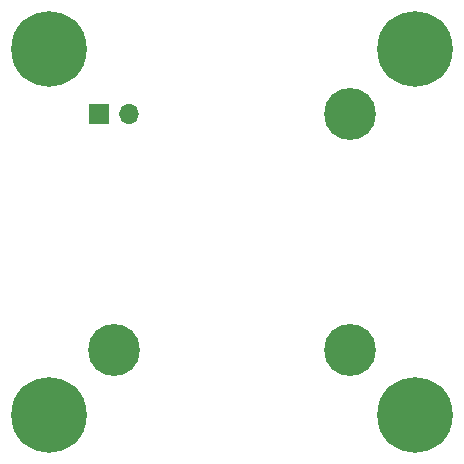
<source format=gbs>
G04 #@! TF.GenerationSoftware,KiCad,Pcbnew,7.0.11*
G04 #@! TF.CreationDate,2024-08-22T15:22:59-04:00*
G04 #@! TF.ProjectId,prism-pcb,70726973-6d2d-4706-9362-2e6b69636164,1.2*
G04 #@! TF.SameCoordinates,Original*
G04 #@! TF.FileFunction,Soldermask,Bot*
G04 #@! TF.FilePolarity,Negative*
%FSLAX46Y46*%
G04 Gerber Fmt 4.6, Leading zero omitted, Abs format (unit mm)*
G04 Created by KiCad (PCBNEW 7.0.11) date 2024-08-22 15:22:59*
%MOMM*%
%LPD*%
G01*
G04 APERTURE LIST*
%ADD10R,1.700000X1.700000*%
%ADD11O,1.700000X1.700000*%
%ADD12C,4.400000*%
%ADD13C,6.400000*%
G04 APERTURE END LIST*
D10*
X141130000Y-91600000D03*
D11*
X143670000Y-91600000D03*
D12*
X142400000Y-111600000D03*
X162400000Y-91600000D03*
X162400000Y-111600000D03*
D13*
X167900000Y-117100000D03*
X136900000Y-86100000D03*
X167900000Y-86100000D03*
X136900000Y-117100000D03*
M02*

</source>
